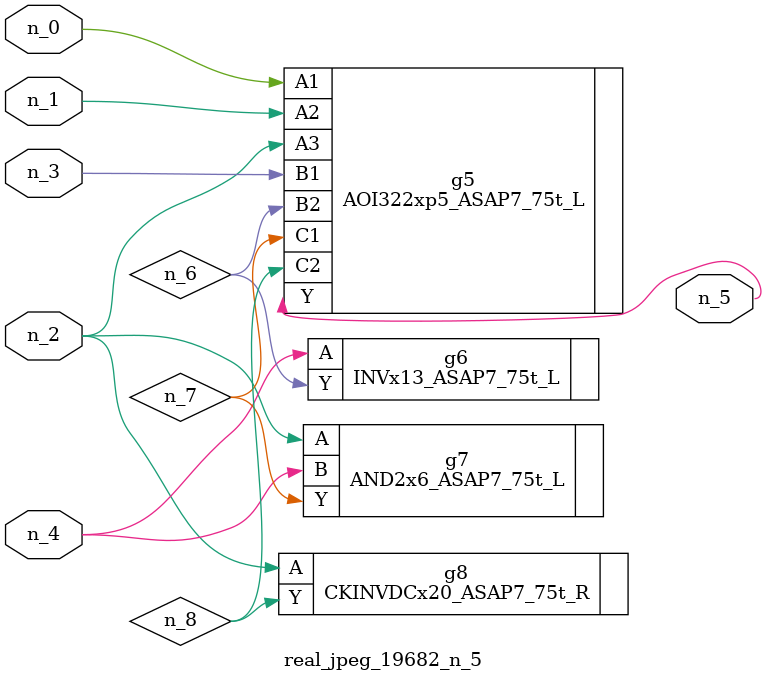
<source format=v>
module real_jpeg_19682_n_5 (n_4, n_0, n_1, n_2, n_3, n_5);

input n_4;
input n_0;
input n_1;
input n_2;
input n_3;

output n_5;

wire n_8;
wire n_6;
wire n_7;

AOI322xp5_ASAP7_75t_L g5 ( 
.A1(n_0),
.A2(n_1),
.A3(n_2),
.B1(n_3),
.B2(n_6),
.C1(n_7),
.C2(n_8),
.Y(n_5)
);

AND2x6_ASAP7_75t_L g7 ( 
.A(n_2),
.B(n_4),
.Y(n_7)
);

CKINVDCx20_ASAP7_75t_R g8 ( 
.A(n_2),
.Y(n_8)
);

INVx13_ASAP7_75t_L g6 ( 
.A(n_4),
.Y(n_6)
);


endmodule
</source>
